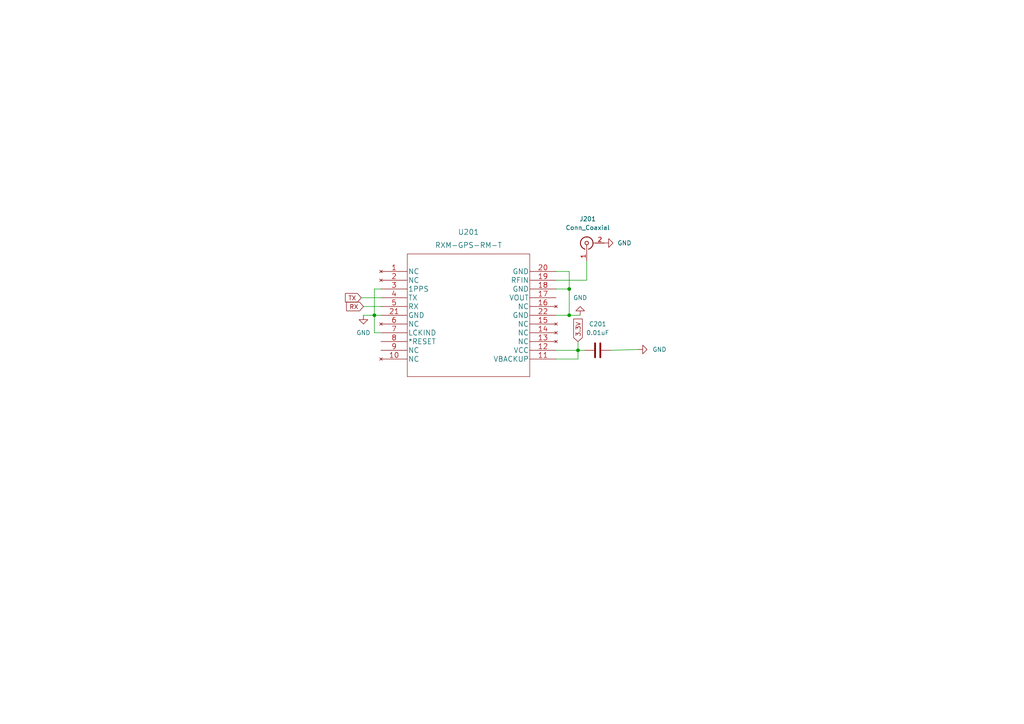
<source format=kicad_sch>
(kicad_sch (version 20211123) (generator eeschema)
  (paper "A4")
  (title_block (title "VUSAT Flight Computer") (date "2022-07-28") (company "Vanderbilt University") (comment 1 "by David Limpus"))
  (lib_symbols
    (symbol "Connector:Conn_Coaxial" (pin_names (offset 1.016) hide)
      (property "Reference" "J" (at 0.254 3.048 0))
      (property "Value" "Conn_Coaxial" (at 2.921 0 90))
      (symbol "Conn_Coaxial_0_1"
        (arc (start -1.778 -0.508) (mid 0.2311 -1.8066) (end 1.778 0) (stroke (width 0.254)))
        (polyline (pts (xy -2.54 0) (xy -0.508 0)))
        (polyline (pts (xy 0 -2.54) (xy 0 -1.778)))
        (circle (center 0 0) (radius 0.508) (stroke (width 0.2032)))
        (arc (start 1.778 0) (mid 0.2099 1.8101) (end -1.778 0.508) (stroke (width 0.254)))
      )
      (symbol "Conn_Coaxial_1_1"
        (pin passive line (at -5.08 0 0) (length 2.54) (name "In") (number "1"))
        (pin passive line (at 0 -5.08 90) (length 2.54) (name "Ext") (number "2"))
      )
    )
    (symbol "Device:C" (pin_numbers hide) (pin_names (offset 0.254))
      (property "Reference" "C" (at 0.635 2.54 0))
      (property "Value" "C" (at 0.635 -2.54 0))
      (symbol "C_0_1"
        (polyline (pts (xy -2.032 -0.762) (xy 2.032 -0.762)) (stroke (width 0.508)))
        (polyline (pts (xy -2.032 0.762) (xy 2.032 0.762)) (stroke (width 0.508)))
      )
      (symbol "C_1_1"
        (pin passive line (at 0 3.81 270) (length 2.794) (name "~") (number "1"))
        (pin passive line (at 0 -3.81 90) (length 2.794) (name "~") (number "2"))
      )
    )
    (symbol "Linx GPS:RXM-GPS-RM-T" (pin_names (offset 0.254))
      (property "Reference" "U" (at 25.4 10.16 0))
      (property "Value" "RXM-GPS-RM-T" (at 25.4 7.62 0))
      (symbol "RXM-GPS-RM-T_1_1"
        (polyline (pts (xy 7.62 -30.48) (xy 43.18 -30.48)) (stroke (width 0.127)))
        (polyline (pts (xy 7.62 5.08) (xy 7.62 -30.48)) (stroke (width 0.127)))
        (polyline (pts (xy 43.18 -30.48) (xy 43.18 5.08)) (stroke (width 0.127)))
        (polyline (pts (xy 43.18 5.08) (xy 7.62 5.08)) (stroke (width 0.127)))
        (pin no_connect line (at 0 0 0) (length 7.62) (name "NC") (number "1"))
        (pin no_connect line (at 0 -25.4 0) (length 7.62) (name "NC") (number "10"))
        (pin power_in line (at 50.8 -25.4 180) (length 7.62) (name "VBACKUP") (number "11"))
        (pin power_in line (at 50.8 -22.86 180) (length 7.62) (name "VCC") (number "12"))
        (pin no_connect line (at 50.8 -20.32 180) (length 7.62) (name "NC") (number "13"))
        (pin no_connect line (at 50.8 -17.78 180) (length 7.62) (name "NC") (number "14"))
        (pin no_connect line (at 50.8 -15.24 180) (length 7.62) (name "NC") (number "15"))
        (pin no_connect line (at 50.8 -10.16 180) (length 7.62) (name "NC") (number "16"))
        (pin output line (at 50.8 -7.62 180) (length 7.62) (name "VOUT") (number "17"))
        (pin power_in line (at 50.8 -5.08 180) (length 7.62) (name "GND") (number "18"))
        (pin input line (at 50.8 -2.54 180) (length 7.62) (name "RFIN") (number "19"))
        (pin no_connect line (at 0 -2.54 0) (length 7.62) (name "NC") (number "2"))
        (pin power_in line (at 50.8 0 180) (length 7.62) (name "GND") (number "20"))
        (pin power_in line (at 0 -12.7 0) (length 7.62) (name "GND") (number "21"))
        (pin power_in line (at 50.8 -12.7 180) (length 7.62) (name "GND") (number "22"))
        (pin output line (at 0 -5.08 0) (length 7.62) (name "1PPS") (number "3"))
        (pin output line (at 0 -7.62 0) (length 7.62) (name "TX") (number "4"))
        (pin input line (at 0 -10.16 0) (length 7.62) (name "RX") (number "5"))
        (pin no_connect line (at 0 -15.24 0) (length 7.62) (name "NC") (number "6"))
        (pin output line (at 0 -17.78 0) (length 7.62) (name "LCKIND") (number "7"))
        (pin unspecified line (at 0 -20.32 0) (length 7.62) (name "*RESET") (number "8"))
        (pin input line (at 0 -22.86 0) (length 7.62) (name "NC") (number "9"))
      )
    )
    (symbol "power:GND" (power) (pin_names (offset 0))
      (property "Value" "GND" (at 0 -3.81 0))
      (symbol "GND_0_1"
        (polyline (pts (xy 0 0) (xy 0 -1.27) (xy 1.27 -1.27) (xy 0 -2.54) (xy -1.27 -1.27) (xy 0 -1.27)))
      )
      (symbol "GND_1_1"
        (pin power_in line (at 0 0 270) (length 0) hide (name "GND") (number "1"))
      )
    )
  )
  (junction (at 108.585 91.44))
  (junction (at 165.1 83.82))
  (junction (at 167.64 101.6))
  (junction (at 165.1 91.44))
  (wire (pts (xy 167.64 99.06) (xy 167.64 101.6)))
  (wire (pts (xy 161.29 81.28) (xy 170.18 81.28)))
  (wire (pts (xy 161.29 101.6) (xy 167.64 101.6)))
  (wire (pts (xy 167.64 101.6) (xy 167.64 104.14)))
  (wire (pts (xy 167.64 101.6) (xy 169.545 101.6)))
  (wire (pts (xy 108.585 91.44) (xy 108.585 83.82)))
  (wire (pts (xy 170.18 75.565) (xy 170.18 81.28)))
  (wire (pts (xy 105.41 88.9) (xy 110.49 88.9)))
  (wire (pts (xy 108.585 83.82) (xy 110.49 83.82)))
  (wire (pts (xy 108.585 96.52) (xy 108.585 91.44)))
  (wire (pts (xy 161.29 78.74) (xy 165.1 78.74)))
  (wire (pts (xy 165.1 78.74) (xy 165.1 83.82)))
  (wire (pts (xy 110.49 96.52) (xy 108.585 96.52)))
  (wire (pts (xy 161.29 104.14) (xy 167.64 104.14)))
  (wire (pts (xy 165.1 83.82) (xy 165.1 91.44)))
  (wire (pts (xy 165.1 91.44) (xy 168.275 91.44)))
  (wire (pts (xy 161.29 83.82) (xy 165.1 83.82)))
  (wire (pts (xy 105.41 91.44) (xy 108.585 91.44)))
  (wire (pts (xy 104.775 86.36) (xy 110.49 86.36)))
  (wire (pts (xy 165.1 91.44) (xy 161.29 91.44)))
  (wire (pts (xy 108.585 91.44) (xy 110.49 91.44)))
  (wire (pts (xy 177.165 101.6) (xy 185.1351 101.3718)))
  (global_label "RX" (shape input) (at 105.41 88.9 180) (property "Intersheet References" "${INTERSHEET_REFS}" (effects hide)))
  (global_label "3.3V" (shape input) (at 167.64 99.06 90) (property "Intersheet References" "${INTERSHEET_REFS}" (effects hide)))
  (global_label "TX" (shape input) (at 104.775 86.36 180) (property "Intersheet References" "${INTERSHEET_REFS}" (effects hide)))
  (symbol (lib_id "Connector:Conn_Coaxial") (at 170.18 70.485 90) (unit 1)
    (property "Reference" "J201" (at 170.4732 63.5 90))
    (property "Value" "Conn_Coaxial" (at 170.4732 66.04 90))
    (property "Footprint" "Connector_Coaxial:SMA_Amphenol_901-144_Vertical" (effects hide))
    (property "Datasheet" " ~" (effects hide))
  )
  (symbol (lib_id "Linx GPS:RXM-GPS-RM-T") (at 110.49 78.74 0) (unit 1)
    (property "Reference" "U201" (at 135.89 67.31 0) (effects (font (size 1.524 1.524))))
    (property "Value" "RXM-GPS-RM-T" (at 135.89 71.12 0) (effects (font (size 1.524 1.524))))
    (property "Footprint" "Linx GPS:RXM-GPS-RM-T" (effects hide))
  )
  (symbol (lib_id "power:GND") (at 168.275 91.44 180) (unit 1)
    (property "Reference" "#PWR0111" (effects hide))
    (property "Value" "GND" (at 168.275 86.36 0))
  )
  (symbol (lib_id "power:GND") (at 105.41 91.44 0) (unit 1)
    (property "Reference" "#PWR0113" (effects hide))
    (property "Value" "GND" (at 105.41 96.52 0))
  )
  (symbol (lib_id "power:GND") (at 175.26 70.485 90) (unit 1)
    (property "Reference" "#PWR0112" (effects hide))
    (property "Value" "GND" (at 179.07 70.4849 90) (effects (justify right)))
  )
  (symbol (lib_id "power:GND") (at 185.1351 101.3718 90) (unit 1)
    (property "Reference" "#PWR0114" (effects hide))
    (property "Value" "GND" (at 189.23 101.3717 90) (effects (justify right)))
  )
  (symbol (lib_id "Device:C") (at 173.355 101.6 90) (unit 1)
    (property "Reference" "C201" (at 173.355 93.98 90))
    (property "Value" "0.01uF" (at 173.355 96.52 90))
    (property "Footprint" "Capacitor_SMD:C_0603_1608Metric_Pad1.08x0.95mm_HandSolder" (effects hide))
  )
)
</source>
